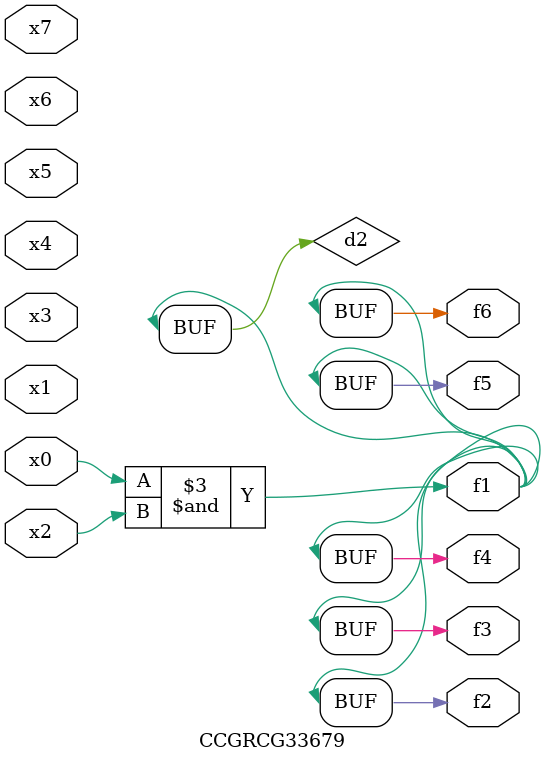
<source format=v>
module CCGRCG33679(
	input x0, x1, x2, x3, x4, x5, x6, x7,
	output f1, f2, f3, f4, f5, f6
);

	wire d1, d2;

	nor (d1, x3, x6);
	and (d2, x0, x2);
	assign f1 = d2;
	assign f2 = d2;
	assign f3 = d2;
	assign f4 = d2;
	assign f5 = d2;
	assign f6 = d2;
endmodule

</source>
